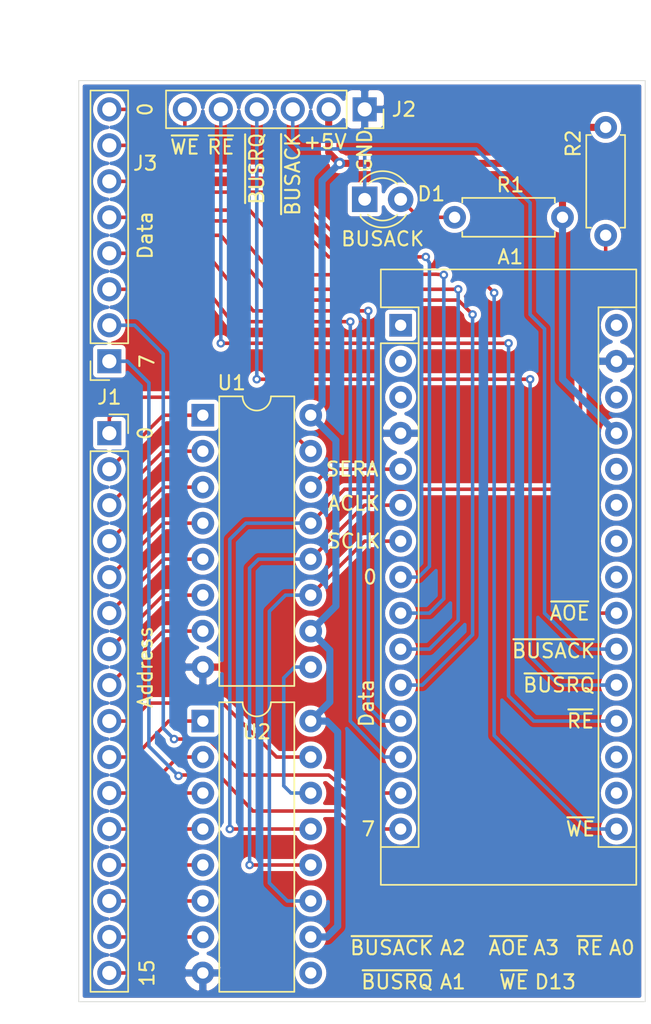
<source format=kicad_pcb>
(kicad_pcb (version 20171130) (host pcbnew "(5.1.4)-1")
  (layers (0 F.Cu signal) (31 B.Cu signal) (34 B.Paste user) (35 F.Paste user) (36 B.SilkS user) (37 F.SilkS user) (38 B.Mask user) (39 F.Mask user) (44 Edge.Cuts user))
  (net 0 "")
  (net 1 "Net-(A1-Pad1)")
  (net 2 "Net-(A1-Pad17)")
  (net 3 "Net-(A1-Pad2)")
  (net 4 "Net-(A1-Pad18)")
  (net 5 "Net-(A1-Pad3)")
  (net 6 GND)
  (net 7 /SERADR)
  (net 8 /SHIFTCLK)
  (net 9 /ADRCLK)
  (net 10 "Net-(A1-Pad23)")
  (net 11 /D0)
  (net 12 "Net-(A1-Pad24)")
  (net 13 /D1)
  (net 14 "Net-(A1-Pad25)")
  (net 15 /D2)
  (net 16 "Net-(A1-Pad26)")
  (net 17 /D3)
  (net 18 +5V)
  (net 19 /D4)
  (net 20 "Net-(A1-Pad28)")
  (net 21 /D5)
  (net 22 /D6)
  (net 23 "Net-(A1-Pad30)")
  (net 24 /D7)
  (net 25 /~WE)
  (net 26 /A1)
  (net 27 "Net-(U1-Pad9)")
  (net 28 /A2)
  (net 29 /A3)
  (net 30 /A4)
  (net 31 /A5)
  (net 32 /A6)
  (net 33 /A7)
  (net 34 /A0)
  (net 35 /A8)
  (net 36 /A14)
  (net 37 /A13)
  (net 38 /A12)
  (net 39 /A11)
  (net 40 /A10)
  (net 41 "Net-(U2-Pad9)")
  (net 42 /A9)
  (net 43 /~RE)
  (net 44 /~BUSRQ)
  (net 45 /~BUSACK)
  (net 46 /~AOE)
  (net 47 /A15)
  (net 48 "Net-(D1-Pad2)")
  (module Module:Arduino_Nano (layer F.Cu) (at 134.62 76.2)
    (fp_text reference A1 (at 7.747 -4.826) (layer F.SilkS))
    (fp_text value Arduino_Nano_v3.x)
    (fp_line (start 1.27 1.27) (end 1.27 -1.27) (layer F.SilkS) (width 0.12))
    (fp_line (start 1.27 -1.27) (end -1.4 -1.27) (layer F.SilkS) (width 0.12))
    (fp_line (start -1.4 1.27) (end -1.4 39.5) (layer F.SilkS) (width 0.12))
    (fp_line (start -1.4 -3.94) (end -1.4 -1.27) (layer F.SilkS) (width 0.12))
    (fp_line (start 13.97 -1.27) (end 16.64 -1.27) (layer F.SilkS) (width 0.12))
    (fp_line (start 13.97 -1.27) (end 13.97 36.83) (layer F.SilkS) (width 0.12))
    (fp_line (start 13.97 36.83) (end 16.64 36.83) (layer F.SilkS) (width 0.12))
    (fp_line (start 1.27 1.27) (end -1.4 1.27) (layer F.SilkS) (width 0.12))
    (fp_line (start 1.27 1.27) (end 1.27 36.83) (layer F.SilkS) (width 0.12))
    (fp_line (start 1.27 36.83) (end -1.4 36.83) (layer F.SilkS) (width 0.12))
    (fp_line (start -1.4 39.5) (end 16.64 39.5) (layer F.SilkS) (width 0.12))
    (fp_line (start 16.64 39.5) (end 16.64 -3.94) (layer F.SilkS) (width 0.12))
    (fp_line (start 16.64 -3.94) (end -1.4 -3.94) (layer F.SilkS) (width 0.12))
    (pad 1 thru_hole rect (at 0 0) (size 1.6 1.6) (drill 0.8) (layers *.Cu *.Mask) (net 1 "Net-(A1-Pad1)"))
    (pad 17 thru_hole oval (at 15.24 33.02) (size 1.6 1.6) (drill 0.8) (layers *.Cu *.Mask) (net 2 "Net-(A1-Pad17)"))
    (pad 2 thru_hole oval (at 0 2.54) (size 1.6 1.6) (drill 0.8) (layers *.Cu *.Mask) (net 3 "Net-(A1-Pad2)"))
    (pad 18 thru_hole oval (at 15.24 30.48) (size 1.6 1.6) (drill 0.8) (layers *.Cu *.Mask) (net 4 "Net-(A1-Pad18)"))
    (pad 3 thru_hole oval (at 0 5.08) (size 1.6 1.6) (drill 0.8) (layers *.Cu *.Mask) (net 5 "Net-(A1-Pad3)"))
    (pad 19 thru_hole oval (at 15.24 27.94) (size 1.6 1.6) (drill 0.8) (layers *.Cu *.Mask) (net 43 /~RE))
    (pad 4 thru_hole oval (at 0 7.62) (size 1.6 1.6) (drill 0.8) (layers *.Cu *.Mask) (net 6 GND))
    (pad 20 thru_hole oval (at 15.24 25.4) (size 1.6 1.6) (drill 0.8) (layers *.Cu *.Mask) (net 44 /~BUSRQ))
    (pad 5 thru_hole oval (at 0 10.16) (size 1.6 1.6) (drill 0.8) (layers *.Cu *.Mask) (net 7 /SERADR))
    (pad 21 thru_hole oval (at 15.24 22.86) (size 1.6 1.6) (drill 0.8) (layers *.Cu *.Mask) (net 45 /~BUSACK))
    (pad 6 thru_hole oval (at 0 12.7) (size 1.6 1.6) (drill 0.8) (layers *.Cu *.Mask) (net 9 /ADRCLK))
    (pad 22 thru_hole oval (at 15.24 20.32) (size 1.6 1.6) (drill 0.8) (layers *.Cu *.Mask) (net 46 /~AOE))
    (pad 7 thru_hole oval (at 0 15.24) (size 1.6 1.6) (drill 0.8) (layers *.Cu *.Mask) (net 8 /SHIFTCLK))
    (pad 23 thru_hole oval (at 15.24 17.78) (size 1.6 1.6) (drill 0.8) (layers *.Cu *.Mask) (net 10 "Net-(A1-Pad23)"))
    (pad 8 thru_hole oval (at 0 17.78) (size 1.6 1.6) (drill 0.8) (layers *.Cu *.Mask) (net 11 /D0))
    (pad 24 thru_hole oval (at 15.24 15.24) (size 1.6 1.6) (drill 0.8) (layers *.Cu *.Mask) (net 12 "Net-(A1-Pad24)"))
    (pad 9 thru_hole oval (at 0 20.32) (size 1.6 1.6) (drill 0.8) (layers *.Cu *.Mask) (net 13 /D1))
    (pad 25 thru_hole oval (at 15.24 12.7) (size 1.6 1.6) (drill 0.8) (layers *.Cu *.Mask) (net 14 "Net-(A1-Pad25)"))
    (pad 10 thru_hole oval (at 0 22.86) (size 1.6 1.6) (drill 0.8) (layers *.Cu *.Mask) (net 15 /D2))
    (pad 26 thru_hole oval (at 15.24 10.16) (size 1.6 1.6) (drill 0.8) (layers *.Cu *.Mask) (net 16 "Net-(A1-Pad26)"))
    (pad 11 thru_hole oval (at 0 25.4) (size 1.6 1.6) (drill 0.8) (layers *.Cu *.Mask) (net 17 /D3))
    (pad 27 thru_hole oval (at 15.24 7.62) (size 1.6 1.6) (drill 0.8) (layers *.Cu *.Mask) (net 18 +5V))
    (pad 12 thru_hole oval (at 0 27.94) (size 1.6 1.6) (drill 0.8) (layers *.Cu *.Mask) (net 19 /D4))
    (pad 28 thru_hole oval (at 15.24 5.08) (size 1.6 1.6) (drill 0.8) (layers *.Cu *.Mask) (net 20 "Net-(A1-Pad28)"))
    (pad 13 thru_hole oval (at 0 30.48) (size 1.6 1.6) (drill 0.8) (layers *.Cu *.Mask) (net 21 /D5))
    (pad 29 thru_hole oval (at 15.24 2.54) (size 1.6 1.6) (drill 0.8) (layers *.Cu *.Mask) (net 6 GND))
    (pad 14 thru_hole oval (at 0 33.02) (size 1.6 1.6) (drill 0.8) (layers *.Cu *.Mask) (net 22 /D6))
    (pad 30 thru_hole oval (at 15.24 0) (size 1.6 1.6) (drill 0.8) (layers *.Cu *.Mask) (net 23 "Net-(A1-Pad30)"))
    (pad 15 thru_hole oval (at 0 35.56) (size 1.6 1.6) (drill 0.8) (layers *.Cu *.Mask) (net 24 /D7))
    (pad 16 thru_hole oval (at 15.24 35.56) (size 1.6 1.6) (drill 0.8) (layers *.Cu *.Mask) (net 25 /~WE))
  )
  (module Connector_PinSocket_2.54mm:PinSocket_1x16_P2.54mm_Vertical (layer F.Cu) (at 114.046 83.82)
    (fp_text reference J1 (at 0 -2.54) (layer F.SilkS))
    (fp_text value Conn_01x16_Female)
    (fp_line (start -1.33 1.27) (end 1.33 1.27) (layer F.SilkS) (width 0.12))
    (fp_line (start -1.33 1.27) (end -1.33 39.43) (layer F.SilkS) (width 0.12))
    (fp_line (start -1.33 39.43) (end 1.33 39.43) (layer F.SilkS) (width 0.12))
    (fp_line (start 1.33 1.27) (end 1.33 39.43) (layer F.SilkS) (width 0.12))
    (fp_line (start 1.33 -1.33) (end 1.33 0) (layer F.SilkS) (width 0.12))
    (fp_line (start 0 -1.33) (end 1.33 -1.33) (layer F.SilkS) (width 0.12))
    (pad 1 thru_hole rect (at 0 0) (size 1.7 1.7) (drill 1) (layers *.Cu *.Mask) (net 34 /A0))
    (pad 2 thru_hole oval (at 0 2.54) (size 1.7 1.7) (drill 1) (layers *.Cu *.Mask) (net 26 /A1))
    (pad 3 thru_hole oval (at 0 5.08) (size 1.7 1.7) (drill 1) (layers *.Cu *.Mask) (net 28 /A2))
    (pad 4 thru_hole oval (at 0 7.62) (size 1.7 1.7) (drill 1) (layers *.Cu *.Mask) (net 29 /A3))
    (pad 5 thru_hole oval (at 0 10.16) (size 1.7 1.7) (drill 1) (layers *.Cu *.Mask) (net 30 /A4))
    (pad 6 thru_hole oval (at 0 12.7) (size 1.7 1.7) (drill 1) (layers *.Cu *.Mask) (net 31 /A5))
    (pad 7 thru_hole oval (at 0 15.24) (size 1.7 1.7) (drill 1) (layers *.Cu *.Mask) (net 32 /A6))
    (pad 8 thru_hole oval (at 0 17.78) (size 1.7 1.7) (drill 1) (layers *.Cu *.Mask) (net 33 /A7))
    (pad 9 thru_hole oval (at 0 20.32) (size 1.7 1.7) (drill 1) (layers *.Cu *.Mask) (net 35 /A8))
    (pad 10 thru_hole oval (at 0 22.86) (size 1.7 1.7) (drill 1) (layers *.Cu *.Mask) (net 42 /A9))
    (pad 11 thru_hole oval (at 0 25.4) (size 1.7 1.7) (drill 1) (layers *.Cu *.Mask) (net 40 /A10))
    (pad 12 thru_hole oval (at 0 27.94) (size 1.7 1.7) (drill 1) (layers *.Cu *.Mask) (net 39 /A11))
    (pad 13 thru_hole oval (at 0 30.48) (size 1.7 1.7) (drill 1) (layers *.Cu *.Mask) (net 38 /A12))
    (pad 14 thru_hole oval (at 0 33.02) (size 1.7 1.7) (drill 1) (layers *.Cu *.Mask) (net 37 /A13))
    (pad 15 thru_hole oval (at 0 35.56) (size 1.7 1.7) (drill 1) (layers *.Cu *.Mask) (net 36 /A14))
    (pad 16 thru_hole oval (at 0 38.1) (size 1.7 1.7) (drill 1) (layers *.Cu *.Mask) (net 47 /A15))
  )
  (module Connector_PinSocket_2.54mm:PinSocket_1x08_P2.54mm_Vertical (layer F.Cu) (at 114.046 78.74 180)
    (fp_text reference J3 (at -2.54 13.97) (layer F.SilkS))
    (fp_text value Conn_01x08_Female)
    (fp_line (start -1.33 1.27) (end 1.33 1.27) (layer F.SilkS) (width 0.12))
    (fp_line (start -1.33 1.27) (end -1.33 19.11) (layer F.SilkS) (width 0.12))
    (fp_line (start -1.33 19.11) (end 1.33 19.11) (layer F.SilkS) (width 0.12))
    (fp_line (start 1.33 1.27) (end 1.33 19.11) (layer F.SilkS) (width 0.12))
    (fp_line (start 1.33 -1.33) (end 1.33 0) (layer F.SilkS) (width 0.12))
    (fp_line (start 0 -1.33) (end 1.33 -1.33) (layer F.SilkS) (width 0.12))
    (pad 1 thru_hole rect (at 0 0 180) (size 1.7 1.7) (drill 1) (layers *.Cu *.Mask) (net 24 /D7))
    (pad 2 thru_hole oval (at 0 2.54 180) (size 1.7 1.7) (drill 1) (layers *.Cu *.Mask) (net 22 /D6))
    (pad 3 thru_hole oval (at 0 5.08 180) (size 1.7 1.7) (drill 1) (layers *.Cu *.Mask) (net 21 /D5))
    (pad 4 thru_hole oval (at 0 7.62 180) (size 1.7 1.7) (drill 1) (layers *.Cu *.Mask) (net 19 /D4))
    (pad 5 thru_hole oval (at 0 10.16 180) (size 1.7 1.7) (drill 1) (layers *.Cu *.Mask) (net 17 /D3))
    (pad 6 thru_hole oval (at 0 12.7 180) (size 1.7 1.7) (drill 1) (layers *.Cu *.Mask) (net 15 /D2))
    (pad 7 thru_hole oval (at 0 15.24 180) (size 1.7 1.7) (drill 1) (layers *.Cu *.Mask) (net 13 /D1))
    (pad 8 thru_hole oval (at 0 17.78 180) (size 1.7 1.7) (drill 1) (layers *.Cu *.Mask) (net 11 /D0))
  )
  (module Package_DIP:DIP-16_W7.62mm (layer F.Cu) (at 120.65 82.55)
    (fp_text reference U1 (at 2.032 -2.286) (layer F.SilkS))
    (fp_text value 74HC595)
    (fp_arc (start 3.81 -1.33) (end 2.81 -1.33) (angle -180) (layer F.SilkS) (width 0.12))
    (fp_line (start 2.81 -1.33) (end 1.16 -1.33) (layer F.SilkS) (width 0.12))
    (fp_line (start 1.16 -1.33) (end 1.16 19.11) (layer F.SilkS) (width 0.12))
    (fp_line (start 1.16 19.11) (end 6.46 19.11) (layer F.SilkS) (width 0.12))
    (fp_line (start 6.46 19.11) (end 6.46 -1.33) (layer F.SilkS) (width 0.12))
    (fp_line (start 6.46 -1.33) (end 4.81 -1.33) (layer F.SilkS) (width 0.12))
    (pad 1 thru_hole rect (at 0 0) (size 1.6 1.6) (drill 0.8) (layers *.Cu *.Mask) (net 26 /A1))
    (pad 9 thru_hole oval (at 7.62 17.78) (size 1.6 1.6) (drill 0.8) (layers *.Cu *.Mask) (net 27 "Net-(U1-Pad9)"))
    (pad 2 thru_hole oval (at 0 2.54) (size 1.6 1.6) (drill 0.8) (layers *.Cu *.Mask) (net 28 /A2))
    (pad 10 thru_hole oval (at 7.62 15.24) (size 1.6 1.6) (drill 0.8) (layers *.Cu *.Mask) (net 18 +5V))
    (pad 3 thru_hole oval (at 0 5.08) (size 1.6 1.6) (drill 0.8) (layers *.Cu *.Mask) (net 29 /A3))
    (pad 11 thru_hole oval (at 7.62 12.7) (size 1.6 1.6) (drill 0.8) (layers *.Cu *.Mask) (net 8 /SHIFTCLK))
    (pad 4 thru_hole oval (at 0 7.62) (size 1.6 1.6) (drill 0.8) (layers *.Cu *.Mask) (net 30 /A4))
    (pad 12 thru_hole oval (at 7.62 10.16) (size 1.6 1.6) (drill 0.8) (layers *.Cu *.Mask) (net 9 /ADRCLK))
    (pad 5 thru_hole oval (at 0 10.16) (size 1.6 1.6) (drill 0.8) (layers *.Cu *.Mask) (net 31 /A5))
    (pad 13 thru_hole oval (at 7.62 7.62) (size 1.6 1.6) (drill 0.8) (layers *.Cu *.Mask) (net 46 /~AOE))
    (pad 6 thru_hole oval (at 0 12.7) (size 1.6 1.6) (drill 0.8) (layers *.Cu *.Mask) (net 32 /A6))
    (pad 14 thru_hole oval (at 7.62 5.08) (size 1.6 1.6) (drill 0.8) (layers *.Cu *.Mask) (net 7 /SERADR))
    (pad 7 thru_hole oval (at 0 15.24) (size 1.6 1.6) (drill 0.8) (layers *.Cu *.Mask) (net 33 /A7))
    (pad 15 thru_hole oval (at 7.62 2.54) (size 1.6 1.6) (drill 0.8) (layers *.Cu *.Mask) (net 34 /A0))
    (pad 8 thru_hole oval (at 0 17.78) (size 1.6 1.6) (drill 0.8) (layers *.Cu *.Mask) (net 6 GND))
    (pad 16 thru_hole oval (at 7.62 0) (size 1.6 1.6) (drill 0.8) (layers *.Cu *.Mask) (net 18 +5V))
  )
  (module Package_DIP:DIP-16_W7.62mm (layer F.Cu) (at 120.65 104.14)
    (fp_text reference U2 (at 3.81 0.762) (layer F.SilkS))
    (fp_text value 74HC595)
    (fp_line (start 6.46 -1.33) (end 4.81 -1.33) (layer F.SilkS) (width 0.12))
    (fp_line (start 6.46 19.11) (end 6.46 -1.33) (layer F.SilkS) (width 0.12))
    (fp_line (start 1.16 19.11) (end 6.46 19.11) (layer F.SilkS) (width 0.12))
    (fp_line (start 1.16 -1.33) (end 1.16 19.11) (layer F.SilkS) (width 0.12))
    (fp_line (start 2.81 -1.33) (end 1.16 -1.33) (layer F.SilkS) (width 0.12))
    (fp_arc (start 3.81 -1.33) (end 2.81 -1.33) (angle -180) (layer F.SilkS) (width 0.12))
    (pad 16 thru_hole oval (at 7.62 0) (size 1.6 1.6) (drill 0.8) (layers *.Cu *.Mask) (net 18 +5V))
    (pad 8 thru_hole oval (at 0 17.78) (size 1.6 1.6) (drill 0.8) (layers *.Cu *.Mask) (net 6 GND))
    (pad 15 thru_hole oval (at 7.62 2.54) (size 1.6 1.6) (drill 0.8) (layers *.Cu *.Mask) (net 35 /A8))
    (pad 7 thru_hole oval (at 0 15.24) (size 1.6 1.6) (drill 0.8) (layers *.Cu *.Mask) (net 47 /A15))
    (pad 14 thru_hole oval (at 7.62 5.08) (size 1.6 1.6) (drill 0.8) (layers *.Cu *.Mask) (net 27 "Net-(U1-Pad9)"))
    (pad 6 thru_hole oval (at 0 12.7) (size 1.6 1.6) (drill 0.8) (layers *.Cu *.Mask) (net 36 /A14))
    (pad 13 thru_hole oval (at 7.62 7.62) (size 1.6 1.6) (drill 0.8) (layers *.Cu *.Mask) (net 46 /~AOE))
    (pad 5 thru_hole oval (at 0 10.16) (size 1.6 1.6) (drill 0.8) (layers *.Cu *.Mask) (net 37 /A13))
    (pad 12 thru_hole oval (at 7.62 10.16) (size 1.6 1.6) (drill 0.8) (layers *.Cu *.Mask) (net 9 /ADRCLK))
    (pad 4 thru_hole oval (at 0 7.62) (size 1.6 1.6) (drill 0.8) (layers *.Cu *.Mask) (net 38 /A12))
    (pad 11 thru_hole oval (at 7.62 12.7) (size 1.6 1.6) (drill 0.8) (layers *.Cu *.Mask) (net 8 /SHIFTCLK))
    (pad 3 thru_hole oval (at 0 5.08) (size 1.6 1.6) (drill 0.8) (layers *.Cu *.Mask) (net 39 /A11))
    (pad 10 thru_hole oval (at 7.62 15.24) (size 1.6 1.6) (drill 0.8) (layers *.Cu *.Mask) (net 18 +5V))
    (pad 2 thru_hole oval (at 0 2.54) (size 1.6 1.6) (drill 0.8) (layers *.Cu *.Mask) (net 40 /A10))
    (pad 9 thru_hole oval (at 7.62 17.78) (size 1.6 1.6) (drill 0.8) (layers *.Cu *.Mask) (net 41 "Net-(U2-Pad9)"))
    (pad 1 thru_hole rect (at 0 0) (size 1.6 1.6) (drill 0.8) (layers *.Cu *.Mask) (net 42 /A9))
  )
  (module LED_THT:LED_D3.0mm (layer F.Cu) (at 132.08 67.31)
    (fp_text reference D1 (at 4.699 -0.381) (layer F.SilkS))
    (fp_text value LED)
    (fp_arc (start 1.27 0) (end -0.29 -1.235516) (angle 108.8) (layer F.SilkS) (width 0.12))
    (fp_arc (start 1.27 0) (end -0.29 1.235516) (angle -108.8) (layer F.SilkS) (width 0.12))
    (fp_arc (start 1.27 0) (end 0.229039 -1.08) (angle 87.9) (layer F.SilkS) (width 0.12))
    (fp_arc (start 1.27 0) (end 0.229039 1.08) (angle -87.9) (layer F.SilkS) (width 0.12))
    (fp_line (start -0.29 -1.236) (end -0.29 -1.08) (layer F.SilkS) (width 0.12))
    (fp_line (start -0.29 1.08) (end -0.29 1.236) (layer F.SilkS) (width 0.12))
    (pad 1 thru_hole rect (at 0 0) (size 1.8 1.8) (drill 0.9) (layers *.Cu *.Mask) (net 45 /~BUSACK))
    (pad 2 thru_hole circle (at 2.54 0) (size 1.8 1.8) (drill 0.9) (layers *.Cu *.Mask) (net 48 "Net-(D1-Pad2)"))
  )
  (module Connector_PinSocket_2.54mm:PinSocket_1x06_P2.54mm_Vertical (layer F.Cu) (at 132.08 60.96 270)
    (fp_text reference J2 (at 0 -2.77 180) (layer F.SilkS))
    (fp_text value Conn_01x06_Female)
    (fp_line (start -1.33 1.27) (end 1.33 1.27) (layer F.SilkS) (width 0.12))
    (fp_line (start -1.33 1.27) (end -1.33 14.03) (layer F.SilkS) (width 0.12))
    (fp_line (start -1.33 14.03) (end 1.33 14.03) (layer F.SilkS) (width 0.12))
    (fp_line (start 1.33 1.27) (end 1.33 14.03) (layer F.SilkS) (width 0.12))
    (fp_line (start 1.33 -1.33) (end 1.33 0) (layer F.SilkS) (width 0.12))
    (fp_line (start 0 -1.33) (end 1.33 -1.33) (layer F.SilkS) (width 0.12))
    (pad 1 thru_hole rect (at 0 0 270) (size 1.7 1.7) (drill 1) (layers *.Cu *.Mask) (net 6 GND))
    (pad 2 thru_hole oval (at 0 2.54 270) (size 1.7 1.7) (drill 1) (layers *.Cu *.Mask) (net 18 +5V))
    (pad 3 thru_hole oval (at 0 5.08 270) (size 1.7 1.7) (drill 1) (layers *.Cu *.Mask) (net 45 /~BUSACK))
    (pad 4 thru_hole oval (at 0 7.62 270) (size 1.7 1.7) (drill 1) (layers *.Cu *.Mask) (net 44 /~BUSRQ))
    (pad 5 thru_hole oval (at 0 10.16 270) (size 1.7 1.7) (drill 1) (layers *.Cu *.Mask) (net 43 /~RE))
    (pad 6 thru_hole oval (at 0 12.7 270) (size 1.7 1.7) (drill 1) (layers *.Cu *.Mask) (net 25 /~WE))
  )
  (module Resistor_THT:R_Axial_DIN0207_L6.3mm_D2.5mm_P7.62mm_Horizontal (layer F.Cu) (at 146.05 68.58 180)
    (fp_text reference R1 (at 3.683 2.286) (layer F.SilkS))
    (fp_text value 2k2)
    (fp_line (start 0.54 -1.04) (end 0.54 -1.37) (layer F.SilkS) (width 0.12))
    (fp_line (start 0.54 -1.37) (end 7.08 -1.37) (layer F.SilkS) (width 0.12))
    (fp_line (start 7.08 -1.37) (end 7.08 -1.04) (layer F.SilkS) (width 0.12))
    (fp_line (start 0.54 1.04) (end 0.54 1.37) (layer F.SilkS) (width 0.12))
    (fp_line (start 0.54 1.37) (end 7.08 1.37) (layer F.SilkS) (width 0.12))
    (fp_line (start 7.08 1.37) (end 7.08 1.04) (layer F.SilkS) (width 0.12))
    (pad 1 thru_hole circle (at 0 0 180) (size 1.6 1.6) (drill 0.8) (layers *.Cu *.Mask) (net 18 +5V))
    (pad 2 thru_hole oval (at 7.62 0 180) (size 1.6 1.6) (drill 0.8) (layers *.Cu *.Mask) (net 48 "Net-(D1-Pad2)"))
  )
  (module Resistor_THT:R_Axial_DIN0207_L6.3mm_D2.5mm_P7.62mm_Horizontal (layer F.Cu) (at 149.098 69.85 90)
    (fp_text reference R2 (at 6.477 -2.286 90) (layer F.SilkS))
    (fp_text value 10k)
    (fp_line (start 7.08 1.37) (end 7.08 1.04) (layer F.SilkS) (width 0.12))
    (fp_line (start 0.54 1.37) (end 7.08 1.37) (layer F.SilkS) (width 0.12))
    (fp_line (start 0.54 1.04) (end 0.54 1.37) (layer F.SilkS) (width 0.12))
    (fp_line (start 7.08 -1.37) (end 7.08 -1.04) (layer F.SilkS) (width 0.12))
    (fp_line (start 0.54 -1.37) (end 7.08 -1.37) (layer F.SilkS) (width 0.12))
    (fp_line (start 0.54 -1.04) (end 0.54 -1.37) (layer F.SilkS) (width 0.12))
    (pad 2 thru_hole oval (at 7.62 0 90) (size 1.6 1.6) (drill 0.8) (layers *.Cu *.Mask) (net 18 +5V))
    (pad 1 thru_hole circle (at 0 0 90) (size 1.6 1.6) (drill 0.8) (layers *.Cu *.Mask) (net 46 /~AOE))
  )
  (gr_text A3 (at 144.907 120.142) (layer F.SilkS) (effects (font (size 1 1))))
  (gr_text D13 (at 145.542 122.555) (layer F.SilkS) (effects (font (size 1 1))))
  (gr_text A0 (at 150.241 120.142) (layer F.SilkS) (effects (font (size 1 1))))
  (gr_text A1 (at 138.303 122.555) (layer F.SilkS) (effects (font (size 1 1))))
  (gr_text A2 (at 138.303 120.142) (layer F.SilkS) (effects (font (size 1 1))))
  (gr_text ~WE (at 142.621 122.555) (layer F.SilkS) (effects (font (size 1 1))))
  (gr_text ~RE (at 147.955 120.142) (layer F.SilkS) (effects (font (size 1 1))))
  (gr_text ~BUSACK (at 133.985 120.142) (layer F.SilkS) (effects (font (size 1 1))))
  (gr_text ~AOE (at 142.24 120.142) (layer F.SilkS) (effects (font (size 1 1))))
  (gr_text ~BUSRQ (at 134.366 122.555) (layer F.SilkS) (effects (font (size 1 1))))
  (gr_text ~WE (at 147.32 111.76) (layer F.SilkS) (effects (font (size 1 1))))
  (gr_text ~RE (at 147.32 104.14) (layer F.SilkS) (effects (font (size 1 1))))
  (gr_text ~BUSRQ (at 145.796 101.6) (layer F.SilkS) (effects (font (size 1 1))))
  (gr_text ~BUSACK (at 145.415 99.187) (layer F.SilkS) (effects (font (size 1 1))))
  (gr_text ~AOE (at 146.558 96.52) (layer F.SilkS) (effects (font (size 1 1))))
  (gr_text 7 (at 132.334 111.76) (layer F.SilkS) (effects (font (size 1 1))))
  (gr_text Data (at 132.207 102.87 90) (layer F.SilkS) (effects (font (size 1 1))))
  (gr_text 0 (at 132.461 93.98) (layer F.SilkS) (effects (font (size 1 1))))
  (gr_text SCLK (at 131.318 91.44) (layer F.SilkS) (effects (font (size 1 1))))
  (gr_text ACLK (at 131.318 88.773) (layer F.SilkS) (effects (font (size 1 1))))
  (gr_text SERA (at 131.191 86.36) (layer F.SilkS) (effects (font (size 1 1))))
  (gr_text BUSACK (at 133.35 70.104) (layer F.SilkS) (effects (font (size 1 1))))
  (gr_text GND (at 132.08 63.881 90) (layer F.SilkS) (effects (font (size 1 1))))
  (gr_text +5V (at 129.286 63.246) (layer F.SilkS) (effects (font (size 1 1))))
  (gr_text ~BUSACK (at 127 65.532 90) (layer F.SilkS) (effects (font (size 1 1))))
  (gr_text ~BUSRQ (at 124.46 65.151 90) (layer F.SilkS) (effects (font (size 1 1))))
  (gr_text ~RE (at 121.92 63.627) (layer F.SilkS) (effects (font (size 1 1))))
  (gr_text ~WE (at 119.38 63.627) (layer F.SilkS) (effects (font (size 1 1))))
  (gr_text Address (at 116.586 100.33 90) (layer F.SilkS) (effects (font (size 1 1))))
  (gr_text 15 (at 116.713 121.92 90) (layer F.SilkS) (effects (font (size 1 1))))
  (gr_text 0 (at 116.586 83.82 90) (layer F.SilkS) (effects (font (size 1 1))))
  (gr_text 7 (at 116.713 78.74 90) (layer F.SilkS) (effects (font (size 1 1))))
  (gr_text Data (at 116.586 69.85 90) (layer F.SilkS) (effects (font (size 1 1))))
  (gr_text 0 (at 116.586 60.96 90) (layer F.SilkS) (effects (font (size 1 1))))
  (gr_line (start 151.892 58.928) (end 111.887 58.928) (layer Edge.Cuts) (width 0.05))
  (gr_line (start 151.892 123.952) (end 151.892 58.928) (layer Edge.Cuts) (width 0.05))
  (gr_line (start 111.887 123.952) (end 151.892 123.952) (layer Edge.Cuts) (width 0.05))
  (gr_line (start 111.887 58.928) (end 111.887 123.952) (layer Edge.Cuts) (width 0.05))
  (segment (start 129.54 86.36) (end 134.62 86.36) (width 0.25) (layer F.Cu) (net 7))
  (segment (start 128.27 87.63) (end 129.54 86.36) (width 0.25) (layer F.Cu) (net 7))
  (segment (start 132.08 91.44) (end 134.62 91.44) (width 0.25) (layer F.Cu) (net 8))
  (segment (start 128.27 95.25) (end 132.08 91.44) (width 0.25) (layer F.Cu) (net 8))
  (segment (start 126.619 116.84) (end 128.27 116.84) (width 0.25) (layer B.Cu) (net 8))
  (segment (start 125.349 115.57) (end 126.619 116.84) (width 0.25) (layer B.Cu) (net 8))
  (segment (start 125.349 96.393) (end 125.349 115.57) (width 0.25) (layer B.Cu) (net 8))
  (segment (start 128.27 95.25) (end 126.492 95.25) (width 0.25) (layer B.Cu) (net 8))
  (segment (start 126.492 95.25) (end 125.349 96.393) (width 0.25) (layer B.Cu) (net 8))
  (segment (start 132.08 88.9) (end 134.62 88.9) (width 0.25) (layer F.Cu) (net 9))
  (segment (start 128.27 92.71) (end 132.08 88.9) (width 0.25) (layer F.Cu) (net 9))
  (segment (start 128.27 92.71) (end 124.587 92.71) (width 0.25) (layer B.Cu) (net 9))
  (segment (start 124.587 92.71) (end 123.952 93.345) (width 0.25) (layer B.Cu) (net 9))
  (segment (start 123.952 93.345) (end 123.952 114.3) (width 0.25) (layer B.Cu) (net 9))
  (via (at 123.952 114.3) (size 0.6) (drill 0.3) (layers F.Cu B.Cu) (net 9))
  (segment (start 123.952 114.3) (end 128.27 114.3) (width 0.25) (layer F.Cu) (net 9))
  (segment (start 115.248081 60.96) (end 121.090081 66.802) (width 0.25) (layer F.Cu) (net 11))
  (segment (start 114.046 60.96) (end 115.248081 60.96) (width 0.25) (layer F.Cu) (net 11))
  (segment (start 121.090081 66.802) (end 124.968 66.802) (width 0.25) (layer F.Cu) (net 11))
  (segment (start 124.968 66.802) (end 129.54 71.374) (width 0.25) (layer F.Cu) (net 11))
  (segment (start 129.54 71.374) (end 136.398 71.374) (width 0.25) (layer F.Cu) (net 11))
  (via (at 136.398 71.374) (size 0.6) (drill 0.3) (layers F.Cu B.Cu) (net 11))
  (segment (start 135.89 93.98) (end 134.62 93.98) (width 0.25) (layer B.Cu) (net 11))
  (segment (start 136.652 93.218) (end 135.89 93.98) (width 0.25) (layer B.Cu) (net 11))
  (segment (start 136.398 71.374) (end 136.652 71.798264) (width 0.25) (layer B.Cu) (net 11))
  (segment (start 136.652 71.798264) (end 136.652 93.218) (width 0.25) (layer B.Cu) (net 11))
  (segment (start 136.652 96.52) (end 134.62 96.52) (width 0.25) (layer B.Cu) (net 13))
  (segment (start 137.668 72.644) (end 137.668 95.504) (width 0.25) (layer B.Cu) (net 13))
  (segment (start 116.078 63.5) (end 114.046 63.5) (width 0.25) (layer F.Cu) (net 13))
  (segment (start 120.65 68.072) (end 116.078 63.5) (width 0.25) (layer F.Cu) (net 13))
  (segment (start 137.668 72.644) (end 137.114001 72.598001) (width 0.25) (layer F.Cu) (net 13))
  (segment (start 137.114001 72.598001) (end 134.574001 72.598001) (width 0.25) (layer F.Cu) (net 13))
  (segment (start 137.668 95.504) (end 136.652 96.52) (width 0.25) (layer B.Cu) (net 13))
  (segment (start 134.574001 72.598001) (end 128.016 72.644) (width 0.25) (layer F.Cu) (net 13))
  (segment (start 128.016 72.644) (end 123.952 68.072) (width 0.25) (layer F.Cu) (net 13))
  (segment (start 123.952 68.072) (end 120.65 68.072) (width 0.25) (layer F.Cu) (net 13))
  (via (at 137.668 72.644) (size 0.6) (drill 0.3) (layers F.Cu B.Cu) (net 13))
  (via (at 138.684 73.66) (size 0.6) (drill 0.3) (layers F.Cu B.Cu) (net 15))
  (segment (start 138.684 73.66) (end 138.684 97.028) (width 0.25) (layer B.Cu) (net 15))
  (segment (start 136.652 99.06) (end 134.62 99.06) (width 0.25) (layer B.Cu) (net 15))
  (segment (start 138.684 97.028) (end 136.652 99.06) (width 0.25) (layer B.Cu) (net 15))
  (segment (start 134.366 73.66) (end 138.684 73.66) (width 0.25) (layer F.Cu) (net 15))
  (segment (start 126.492 73.66) (end 134.366 73.66) (width 0.25) (layer F.Cu) (net 15))
  (segment (start 122.428 68.834) (end 126.492 73.66) (width 0.25) (layer F.Cu) (net 15))
  (segment (start 119.38 68.834) (end 122.428 68.834) (width 0.25) (layer F.Cu) (net 15))
  (segment (start 114.046 66.04) (end 116.078 66.04) (width 0.25) (layer F.Cu) (net 15))
  (segment (start 116.078 66.04) (end 119.38 68.834) (width 0.25) (layer F.Cu) (net 15))
  (segment (start 134.62 101.6) (end 136.144 101.6) (width 0.25) (layer B.Cu) (net 17))
  (segment (start 136.144 101.6) (end 139.7 98.044) (width 0.25) (layer B.Cu) (net 17))
  (segment (start 139.7 98.044) (end 139.7 75.438) (width 0.25) (layer B.Cu) (net 17))
  (via (at 139.7 75.438) (size 0.6) (drill 0.3) (layers F.Cu B.Cu) (net 17))
  (segment (start 138.684 74.422) (end 139.7 75.438) (width 0.25) (layer F.Cu) (net 17))
  (segment (start 125.73 74.422) (end 138.684 74.422) (width 0.25) (layer F.Cu) (net 17))
  (segment (start 121.92 69.85) (end 125.73 74.422) (width 0.25) (layer F.Cu) (net 17))
  (segment (start 116.518081 69.85) (end 121.92 69.85) (width 0.25) (layer F.Cu) (net 17))
  (segment (start 114.046 68.58) (end 115.248081 68.58) (width 0.25) (layer F.Cu) (net 17))
  (segment (start 115.248081 68.58) (end 116.518081 69.85) (width 0.25) (layer F.Cu) (net 17))
  (segment (start 146.05 66.04) (end 146.05 68.58) (width 0.5) (layer F.Cu) (net 18))
  (segment (start 144.78 64.77) (end 146.05 66.04) (width 0.5) (layer F.Cu) (net 18))
  (segment (start 130.302 64.77) (end 144.78 64.77) (width 0.5) (layer F.Cu) (net 18))
  (segment (start 129.54 60.96) (end 129.54 64.008) (width 0.5) (layer F.Cu) (net 18))
  (segment (start 129.54 64.008) (end 130.302 64.77) (width 0.5) (layer F.Cu) (net 18))
  (segment (start 129.069999 81.750001) (end 129.069999 66.002001) (width 0.5) (layer B.Cu) (net 18))
  (segment (start 128.27 82.55) (end 129.069999 81.750001) (width 0.5) (layer B.Cu) (net 18))
  (via (at 130.302 64.77) (size 0.8) (drill 0.4) (layers F.Cu B.Cu) (net 18))
  (segment (start 129.069999 66.002001) (end 130.302 64.77) (width 0.5) (layer B.Cu) (net 18))
  (segment (start 146.05 80.01) (end 149.86 83.82) (width 0.5) (layer B.Cu) (net 18))
  (segment (start 146.05 68.58) (end 146.05 80.01) (width 0.5) (layer B.Cu) (net 18))
  (segment (start 130.048 96.012) (end 128.27 97.79) (width 0.5) (layer B.Cu) (net 18))
  (segment (start 128.27 82.55) (end 130.048 84.328) (width 0.5) (layer B.Cu) (net 18))
  (segment (start 130.048 84.328) (end 130.048 96.012) (width 0.5) (layer B.Cu) (net 18))
  (segment (start 129.069999 103.340001) (end 128.27 104.14) (width 0.5) (layer B.Cu) (net 18))
  (segment (start 129.620001 102.789999) (end 129.069999 103.340001) (width 0.5) (layer B.Cu) (net 18))
  (segment (start 129.620001 99.140001) (end 129.620001 102.789999) (width 0.5) (layer B.Cu) (net 18))
  (segment (start 128.27 97.79) (end 129.620001 99.140001) (width 0.5) (layer B.Cu) (net 18))
  (segment (start 129.40137 104.14) (end 130.175 104.91363) (width 0.5) (layer B.Cu) (net 18))
  (segment (start 128.27 104.14) (end 129.40137 104.14) (width 0.5) (layer B.Cu) (net 18))
  (segment (start 130.175 104.91363) (end 130.175 118.618) (width 0.5) (layer B.Cu) (net 18))
  (segment (start 129.413 119.38) (end 128.27 119.38) (width 0.5) (layer B.Cu) (net 18))
  (segment (start 130.175 118.618) (end 129.413 119.38) (width 0.5) (layer B.Cu) (net 18))
  (segment (start 144.78 64.77) (end 147.32 62.23) (width 0.5) (layer F.Cu) (net 18))
  (segment (start 147.32 62.23) (end 149.098 62.23) (width 0.5) (layer F.Cu) (net 18))
  (via (at 132.334 75.184) (size 0.6) (drill 0.3) (layers F.Cu B.Cu) (net 19))
  (segment (start 133.35 104.14) (end 134.62 104.14) (width 0.25) (layer B.Cu) (net 19))
  (segment (start 132.334 75.184) (end 132.334 103.124) (width 0.25) (layer B.Cu) (net 19))
  (segment (start 132.334 103.124) (end 133.35 104.14) (width 0.25) (layer B.Cu) (net 19))
  (segment (start 124.206 75.184) (end 132.334 75.184) (width 0.25) (layer F.Cu) (net 19))
  (segment (start 114.046 71.12) (end 120.904 71.12) (width 0.25) (layer F.Cu) (net 19))
  (segment (start 120.904 71.12) (end 124.206 75.184) (width 0.25) (layer F.Cu) (net 19))
  (segment (start 133.48863 106.68) (end 131.064 104.14) (width 0.25) (layer B.Cu) (net 21))
  (segment (start 134.62 106.68) (end 133.48863 106.68) (width 0.25) (layer B.Cu) (net 21))
  (segment (start 131.064 104.14) (end 131.064 96.52) (width 0.25) (layer B.Cu) (net 21))
  (via (at 131.064 75.946) (size 0.6) (drill 0.3) (layers F.Cu B.Cu) (net 21))
  (segment (start 131.064 96.52) (end 131.064 75.946) (width 0.25) (layer B.Cu) (net 21))
  (segment (start 120.904 73.66) (end 114.046 73.66) (width 0.25) (layer F.Cu) (net 21))
  (segment (start 131.064 75.946) (end 122.682 75.946) (width 0.25) (layer F.Cu) (net 21))
  (segment (start 122.682 75.946) (end 120.904 73.66) (width 0.25) (layer F.Cu) (net 21))
  (segment (start 115.824 76.2) (end 114.046 76.2) (width 0.25) (layer B.Cu) (net 22))
  (segment (start 118.618 105.41) (end 117.856 104.648) (width 0.25) (layer B.Cu) (net 22))
  (segment (start 117.856 104.648) (end 117.856 78.232) (width 0.25) (layer B.Cu) (net 22))
  (segment (start 117.856 78.232) (end 115.824 76.2) (width 0.25) (layer B.Cu) (net 22))
  (via (at 118.618 105.41) (size 0.6) (drill 0.3) (layers F.Cu B.Cu) (net 22))
  (segment (start 121.031 105.41) (end 118.618 105.41) (width 0.25) (layer F.Cu) (net 22))
  (segment (start 123.571 107.95) (end 121.031 105.41) (width 0.25) (layer F.Cu) (net 22))
  (segment (start 129.54 107.95) (end 123.571 107.95) (width 0.25) (layer F.Cu) (net 22))
  (segment (start 134.62 109.22) (end 131.064 109.22) (width 0.25) (layer F.Cu) (net 22))
  (segment (start 131.064 109.22) (end 129.54 107.95) (width 0.25) (layer F.Cu) (net 22))
  (segment (start 115.316 78.74) (end 114.046 78.74) (width 0.25) (layer B.Cu) (net 24))
  (segment (start 118.872 107.95) (end 116.84 105.918) (width 0.25) (layer B.Cu) (net 24))
  (segment (start 116.84 105.918) (end 116.84 80.264) (width 0.25) (layer B.Cu) (net 24))
  (segment (start 116.84 80.264) (end 115.316 78.74) (width 0.25) (layer B.Cu) (net 24))
  (via (at 118.932942 108.010942) (size 0.6) (drill 0.3) (layers F.Cu B.Cu) (net 24))
  (segment (start 118.993884 107.95) (end 118.932942 108.010942) (width 0.25) (layer F.Cu) (net 24))
  (segment (start 121.793 107.95) (end 118.993884 107.95) (width 0.25) (layer F.Cu) (net 24))
  (segment (start 124.188001 110.49) (end 121.793 107.95) (width 0.25) (layer F.Cu) (net 24))
  (segment (start 130.157001 110.49) (end 124.188001 110.49) (width 0.25) (layer F.Cu) (net 24))
  (segment (start 134.62 111.76) (end 131.572 111.76) (width 0.25) (layer F.Cu) (net 24))
  (segment (start 131.572 111.76) (end 130.157001 110.49) (width 0.25) (layer F.Cu) (net 24))
  (segment (start 149.86 111.76) (end 147.828 111.76) (width 0.25) (layer B.Cu) (net 25))
  (segment (start 147.828 111.76) (end 141.224 105.156) (width 0.25) (layer B.Cu) (net 25))
  (via (at 141.224 73.914) (size 0.6) (drill 0.3) (layers F.Cu B.Cu) (net 25))
  (segment (start 141.224 105.156) (end 141.224 73.914) (width 0.25) (layer B.Cu) (net 25))
  (segment (start 119.38 63.5) (end 119.38 60.96) (width 0.25) (layer F.Cu) (net 25))
  (segment (start 121.158 65.278) (end 119.38 63.5) (width 0.25) (layer F.Cu) (net 25))
  (segment (start 125.476 65.278) (end 121.158 65.278) (width 0.25) (layer F.Cu) (net 25))
  (segment (start 130.302 70.104) (end 125.476 65.278) (width 0.25) (layer F.Cu) (net 25))
  (segment (start 141.224 73.914) (end 137.414 70.104) (width 0.25) (layer F.Cu) (net 25))
  (segment (start 137.414 70.104) (end 130.302 70.104) (width 0.25) (layer F.Cu) (net 25))
  (segment (start 114.046 86.36) (end 117.856 82.55) (width 0.25) (layer F.Cu) (net 26))
  (segment (start 117.856 82.55) (end 120.65 82.55) (width 0.25) (layer F.Cu) (net 26))
  (segment (start 126.873 109.22) (end 128.27 109.22) (width 0.25) (layer B.Cu) (net 27))
  (segment (start 126.365 108.712) (end 126.873 109.22) (width 0.25) (layer B.Cu) (net 27))
  (segment (start 126.365 101.092) (end 126.365 108.712) (width 0.25) (layer B.Cu) (net 27))
  (segment (start 128.27 100.33) (end 127.127 100.33) (width 0.25) (layer B.Cu) (net 27))
  (segment (start 127.127 100.33) (end 126.365 101.092) (width 0.25) (layer B.Cu) (net 27))
  (segment (start 114.046 88.9) (end 117.856 85.09) (width 0.25) (layer F.Cu) (net 28))
  (segment (start 117.856 85.09) (end 120.65 85.09) (width 0.25) (layer F.Cu) (net 28))
  (segment (start 114.046 91.44) (end 117.856 87.63) (width 0.25) (layer F.Cu) (net 29))
  (segment (start 117.856 87.63) (end 120.65 87.63) (width 0.25) (layer F.Cu) (net 29))
  (segment (start 114.046 93.98) (end 117.856 90.17) (width 0.25) (layer F.Cu) (net 30))
  (segment (start 117.856 90.17) (end 120.65 90.17) (width 0.25) (layer F.Cu) (net 30))
  (segment (start 114.046 96.52) (end 117.856 92.71) (width 0.25) (layer F.Cu) (net 31))
  (segment (start 117.856 92.71) (end 120.65 92.71) (width 0.25) (layer F.Cu) (net 31))
  (segment (start 114.046 99.06) (end 117.856 95.25) (width 0.25) (layer F.Cu) (net 32))
  (segment (start 117.856 95.25) (end 120.65 95.25) (width 0.25) (layer F.Cu) (net 32))
  (segment (start 114.046 101.6) (end 117.856 97.79) (width 0.25) (layer F.Cu) (net 33))
  (segment (start 117.856 97.79) (end 120.65 97.79) (width 0.25) (layer F.Cu) (net 33))
  (segment (start 114.046 82.72) (end 115.486 81.28) (width 0.25) (layer F.Cu) (net 34))
  (segment (start 114.046 83.82) (end 114.046 82.72) (width 0.25) (layer F.Cu) (net 34))
  (segment (start 124.46 81.28) (end 128.27 85.09) (width 0.25) (layer F.Cu) (net 34))
  (segment (start 115.486 81.28) (end 124.46 81.28) (width 0.25) (layer F.Cu) (net 34))
  (segment (start 125.857 106.68) (end 128.27 106.68) (width 0.25) (layer F.Cu) (net 35))
  (segment (start 122.047 102.87) (end 125.857 106.68) (width 0.25) (layer F.Cu) (net 35))
  (segment (start 116.84 102.87) (end 122.047 102.87) (width 0.25) (layer F.Cu) (net 35))
  (segment (start 114.046 104.14) (end 115.57 104.14) (width 0.25) (layer F.Cu) (net 35))
  (segment (start 115.57 104.14) (end 116.84 102.87) (width 0.25) (layer F.Cu) (net 35))
  (segment (start 120.65 116.84) (end 119.38 116.84) (width 0.25) (layer F.Cu) (net 36))
  (segment (start 116.84 119.38) (end 114.046 119.38) (width 0.25) (layer F.Cu) (net 36))
  (segment (start 119.38 116.84) (end 116.84 119.38) (width 0.25) (layer F.Cu) (net 36))
  (segment (start 120.65 114.3) (end 119.38 114.3) (width 0.25) (layer F.Cu) (net 37))
  (segment (start 116.84 116.84) (end 114.046 116.84) (width 0.25) (layer F.Cu) (net 37))
  (segment (start 119.38 114.3) (end 116.84 116.84) (width 0.25) (layer F.Cu) (net 37))
  (segment (start 120.65 111.76) (end 119.38 111.76) (width 0.25) (layer F.Cu) (net 38))
  (segment (start 116.84 114.3) (end 114.046 114.3) (width 0.25) (layer F.Cu) (net 38))
  (segment (start 119.38 111.76) (end 116.84 114.3) (width 0.25) (layer F.Cu) (net 38))
  (segment (start 120.65 109.22) (end 119.38 109.22) (width 0.25) (layer F.Cu) (net 39))
  (segment (start 116.84 111.76) (end 114.046 111.76) (width 0.25) (layer F.Cu) (net 39))
  (segment (start 119.38 109.22) (end 116.84 111.76) (width 0.25) (layer F.Cu) (net 39))
  (segment (start 116.459 109.22) (end 114.046 109.22) (width 0.25) (layer F.Cu) (net 40))
  (segment (start 120.65 106.68) (end 118.872 106.68) (width 0.25) (layer F.Cu) (net 40))
  (segment (start 118.872 106.68) (end 116.459 109.22) (width 0.25) (layer F.Cu) (net 40))
  (segment (start 115.824 106.68) (end 114.046 106.68) (width 0.25) (layer F.Cu) (net 42))
  (segment (start 120.65 104.14) (end 118.237 104.14) (width 0.25) (layer F.Cu) (net 42))
  (segment (start 118.237 104.14) (end 115.824 106.68) (width 0.25) (layer F.Cu) (net 42))
  (segment (start 121.92 60.96) (end 121.92 77.47) (width 0.25) (layer B.Cu) (net 43))
  (via (at 121.92 77.47) (size 0.6) (drill 0.3) (layers F.Cu B.Cu) (net 43))
  (segment (start 121.92 77.47) (end 135.535002 77.47) (width 0.25) (layer F.Cu) (net 43))
  (via (at 142.24 77.47) (size 0.6) (drill 0.3) (layers F.Cu B.Cu) (net 43))
  (segment (start 135.535002 77.47) (end 142.24 77.47) (width 0.25) (layer F.Cu) (net 43))
  (segment (start 142.24 77.47) (end 142.24 102.362) (width 0.25) (layer B.Cu) (net 43))
  (segment (start 144.018 104.14) (end 149.86 104.14) (width 0.25) (layer B.Cu) (net 43))
  (segment (start 142.24 102.362) (end 144.018 104.14) (width 0.25) (layer B.Cu) (net 43))
  (segment (start 149.86 101.6) (end 145.796 101.6) (width 0.25) (layer B.Cu) (net 44))
  (segment (start 145.796 101.6) (end 143.764 99.568) (width 0.25) (layer B.Cu) (net 44))
  (via (at 143.764 80.01) (size 0.6) (drill 0.3) (layers F.Cu B.Cu) (net 44))
  (segment (start 143.764 99.568) (end 143.764 80.01) (width 0.25) (layer B.Cu) (net 44))
  (segment (start 143.764 80.01) (end 124.46 80.01) (width 0.25) (layer F.Cu) (net 44))
  (via (at 124.46 80.01) (size 0.6) (drill 0.3) (layers F.Cu B.Cu) (net 44))
  (segment (start 124.46 80.01) (end 124.46 60.96) (width 0.25) (layer B.Cu) (net 44))
  (segment (start 147.32 99.06) (end 149.86 99.06) (width 0.25) (layer B.Cu) (net 45))
  (segment (start 127 63.246) (end 127.508 63.754) (width 0.25) (layer B.Cu) (net 45))
  (segment (start 144.78 96.52) (end 147.32 99.06) (width 0.25) (layer B.Cu) (net 45))
  (segment (start 127 60.96) (end 127 63.246) (width 0.25) (layer B.Cu) (net 45))
  (segment (start 139.954 63.754) (end 143.764 67.564) (width 0.25) (layer B.Cu) (net 45))
  (segment (start 143.764 67.564) (end 143.764 75.438) (width 0.25) (layer B.Cu) (net 45))
  (segment (start 144.78 76.454) (end 144.78 96.52) (width 0.25) (layer B.Cu) (net 45))
  (segment (start 143.764 75.438) (end 144.78 76.454) (width 0.25) (layer B.Cu) (net 45))
  (segment (start 132.08 67.31) (end 132.08 66.16) (width 0.25) (layer B.Cu) (net 45))
  (segment (start 132.334 63.754) (end 132.08 64.008) (width 0.25) (layer B.Cu) (net 45))
  (segment (start 132.08 64.008) (end 132.08 63.754) (width 0.25) (layer B.Cu) (net 45))
  (segment (start 132.08 66.16) (end 132.08 64.008) (width 0.25) (layer B.Cu) (net 45))
  (segment (start 132.334 63.754) (end 139.954 63.754) (width 0.25) (layer B.Cu) (net 45))
  (segment (start 132.08 63.754) (end 132.334 63.754) (width 0.25) (layer B.Cu) (net 45))
  (segment (start 131.826 63.754) (end 132.08 64.008) (width 0.25) (layer B.Cu) (net 45))
  (segment (start 131.826 63.754) (end 132.08 63.754) (width 0.25) (layer B.Cu) (net 45))
  (segment (start 127.508 63.754) (end 131.826 63.754) (width 0.25) (layer B.Cu) (net 45))
  (segment (start 148.59 96.52) (end 149.86 96.52) (width 0.25) (layer F.Cu) (net 46))
  (segment (start 147.32 95.25) (end 148.59 96.52) (width 0.25) (layer F.Cu) (net 46))
  (segment (start 147.32 89.535) (end 147.32 95.25) (width 0.25) (layer F.Cu) (net 46))
  (segment (start 128.27 90.17) (end 130.665001 87.774999) (width 0.25) (layer F.Cu) (net 46))
  (segment (start 130.665001 87.774999) (end 145.559999 87.774999) (width 0.25) (layer F.Cu) (net 46))
  (segment (start 128.27 90.17) (end 127.13863 90.17) (width 0.25) (layer B.Cu) (net 46))
  (segment (start 127.13863 90.17) (end 123.698 90.17) (width 0.25) (layer B.Cu) (net 46))
  (segment (start 123.698 90.17) (end 122.555 91.313) (width 0.25) (layer B.Cu) (net 46))
  (via (at 122.555 111.76) (size 0.6) (drill 0.3) (layers F.Cu B.Cu) (net 46))
  (segment (start 122.555 91.313) (end 122.555 111.76) (width 0.25) (layer B.Cu) (net 46))
  (segment (start 122.555 111.76) (end 128.27 111.76) (width 0.25) (layer F.Cu) (net 46))
  (segment (start 149.098 70.98137) (end 147.32 72.75937) (width 0.25) (layer F.Cu) (net 46))
  (segment (start 149.098 69.85) (end 149.098 70.98137) (width 0.25) (layer F.Cu) (net 46))
  (segment (start 147.193 89.281) (end 147.32 89.154) (width 0.25) (layer F.Cu) (net 46))
  (segment (start 147.066 89.281) (end 147.193 89.281) (width 0.25) (layer F.Cu) (net 46))
  (segment (start 147.32 89.154) (end 147.32 89.535) (width 0.25) (layer F.Cu) (net 46))
  (segment (start 147.32 72.75937) (end 147.32 89.154) (width 0.25) (layer F.Cu) (net 46))
  (segment (start 147.066 89.281) (end 147.32 89.535) (width 0.25) (layer F.Cu) (net 46))
  (segment (start 145.559999 87.774999) (end 147.066 89.281) (width 0.25) (layer F.Cu) (net 46))
  (segment (start 120.65 119.38) (end 119.38 119.38) (width 0.25) (layer F.Cu) (net 47))
  (segment (start 116.84 121.92) (end 114.046 121.92) (width 0.25) (layer F.Cu) (net 47))
  (segment (start 119.38 119.38) (end 116.84 121.92) (width 0.25) (layer F.Cu) (net 47))
  (segment (start 135.89 68.58) (end 138.43 68.58) (width 0.25) (layer F.Cu) (net 48))
  (segment (start 134.62 67.31) (end 135.89 68.58) (width 0.25) (layer F.Cu) (net 48))
  (zone (net 6) (net_name GND) (layer F.Cu) (connect_pads (clearance 0.254)) (min_thickness 0.254) (fill yes (arc_segments 32) (thermal_gap 0.508) (thermal_bridge_width 0.508))
    (polygon (pts (xy 111.887 58.928) (xy 111.887 123.952) (xy 151.892 123.952) (xy 151.892 58.928)))
  )
  (zone (net 6) (net_name GND) (layer B.Cu) (connect_pads (clearance 0.254)) (min_thickness 0.254) (fill yes (arc_segments 32) (thermal_gap 0.508) (thermal_bridge_width 0.508))
    (polygon (pts (xy 112.014 58.928) (xy 112.014 123.952) (xy 151.892 123.952) (xy 151.892 58.928)))
  )
)
</source>
